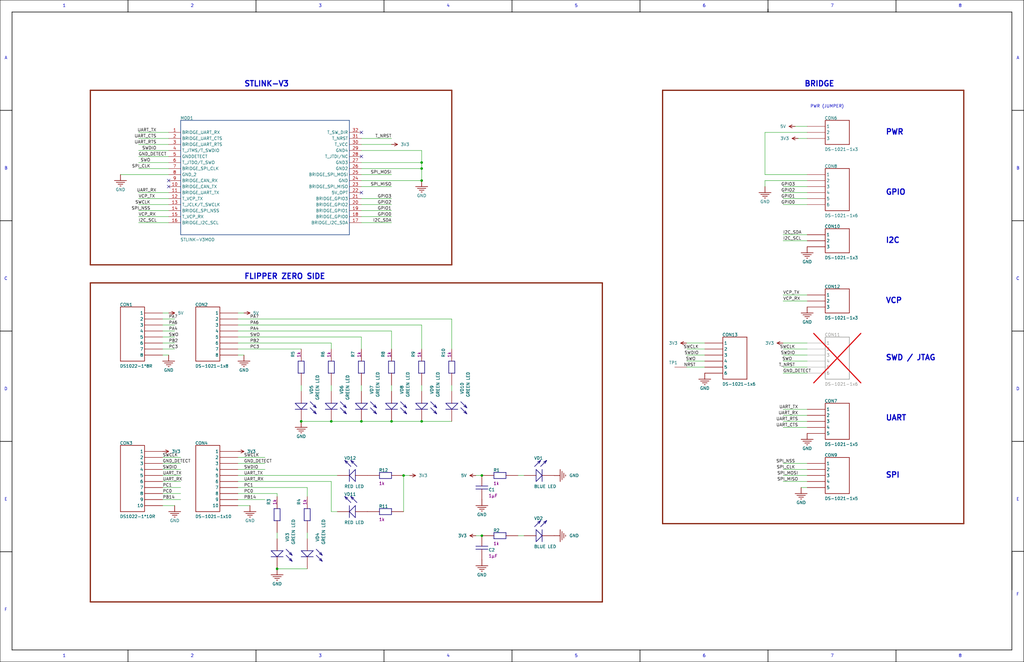
<source format=kicad_sch>
(kicad_sch (version 20231120) (generator "eeschema") (generator_version "8.0")
  (paper "User" 431.8 279.4)
  (junction (at 170.18 200.66))
  (junction (at 203.2 200.66))
  (junction (at 177.8 71.12))
  (junction (at 165.1 177.8))
  (junction (at 177.8 68.58))
  (junction (at 116.84 240.03))
  (junction (at 177.8 76.2))
  (junction (at 203.2 226.06))
  (junction (at 152.4 177.8))
  (junction (at 177.8 177.8))
  (junction (at 139.7 177.8))
  (junction (at 127 177.8))
  (no_connect (at 152.4 81.28))
  (no_connect (at 71.12 78.74))
  (no_connect (at 71.12 76.2))
  (no_connect (at 152.4 55.88))
  (no_connect (at 152.4 66.04))
  (wire (pts (xy 165.1 86.36) (xy 152.4 86.36)))
  (wire (pts (xy 170.18 215.9) (xy 170.18 200.66)))
  (wire (pts (xy 100.33 149.86) (xy 102.87 149.86)))
  (wire (pts (xy 152.4 63.5) (xy 177.8 63.5)))
  (wire (pts (xy 340.36 172.72) (xy 330.2 172.72)))
  (wire (pts (xy 218.44 200.66) (xy 220.98 200.66)))
  (wire (pts (xy 129.54 224.79) (xy 129.54 227.33)))
  (wire (pts (xy 200.66 226.06) (xy 203.2 226.06)))
  (wire (pts (xy 139.7 162.56) (xy 139.7 165.1)))
  (wire (pts (xy 330.2 203.2) (xy 340.36 203.2)))
  (wire (pts (xy 73.66 134.62) (xy 68.58 134.62)))
  (wire (pts (xy 322.58 76.2) (xy 340.36 76.2)))
  (polyline (pts (xy 53.975 5.08) (xy 53.975 0)) (stroke (width 0.254) (type solid) (color 0 0 0 1)))
  (wire (pts (xy 165.1 139.7) (xy 165.1 147.32)))
  (wire (pts (xy 100.33 213.36) (xy 105.41 213.36)))
  (wire (pts (xy 322.58 73.66) (xy 322.58 55.88)))
  (wire (pts (xy 58.42 88.9) (xy 71.12 88.9)))
  (wire (pts (xy 58.42 63.5) (xy 71.12 63.5)))
  (polyline (pts (xy 254 254) (xy 38.1 254)) (stroke (width 0.508) (type solid) (color 133 32 12 1)))
  (wire (pts (xy 100.33 147.32) (xy 127 147.32)))
  (wire (pts (xy 340.36 99.06) (xy 330.2 99.06)))
  (wire (pts (xy 289.56 149.86) (xy 297.18 149.86)))
  (wire (pts (xy 142.24 215.9) (xy 139.7 215.9)))
  (polyline (pts (xy 377.825 5.08) (xy 377.825 0)) (stroke (width 0.254) (type solid) (color 0 0 0 1)))
  (wire (pts (xy 68.58 200.66) (xy 76.2 200.66)))
  (wire (pts (xy 129.54 205.74) (xy 129.54 209.55)))
  (polyline (pts (xy 323.85 274.32) (xy 323.85 279.4)) (stroke (width 0.254) (type solid) (color 0 0 0 1)))
  (wire (pts (xy 139.7 177.8) (xy 152.4 177.8)))
  (wire (pts (xy 322.58 55.88) (xy 340.36 55.88)))
  (polyline (pts (xy 426.72 139.7) (xy 431.8 139.7)) (stroke (width 0.254) (type solid) (color 0 0 0 1)))
  (wire (pts (xy 322.58 78.74) (xy 322.58 76.2)))
  (wire (pts (xy 165.1 91.44) (xy 152.4 91.44)))
  (wire (pts (xy 152.4 177.8) (xy 165.1 177.8)))
  (wire (pts (xy 68.58 195.58) (xy 76.2 195.58)))
  (wire (pts (xy 100.33 200.66) (xy 142.24 200.66)))
  (wire (pts (xy 330.2 152.4) (xy 340.36 152.4)))
  (polyline (pts (xy 0 0) (xy 431.758 0)) (stroke (width 0.254) (type solid) (color 0 0 0 1)))
  (polyline (pts (xy 107.95 274.32) (xy 107.95 279.4)) (stroke (width 0.254) (type solid) (color 0 0 0 1)))
  (wire (pts (xy 68.58 149.86) (xy 71.12 149.86)))
  (polyline (pts (xy 377.825 274.32) (xy 377.825 279.4)) (stroke (width 0.254) (type solid) (color 0 0 0 1)))
  (wire (pts (xy 100.33 195.58) (xy 111.76 195.58)))
  (polyline (pts (xy 215.9 5.08) (xy 215.9 0)) (stroke (width 0.254) (type solid) (color 0 0 0 1)))
  (wire (pts (xy 340.36 101.6) (xy 330.2 101.6)))
  (polyline (pts (xy 426.72 186.267) (xy 431.8 186.267)) (stroke (width 0.254) (type solid) (color 0 0 0 1)))
  (wire (pts (xy 330.2 154.94) (xy 340.36 154.94)))
  (wire (pts (xy 116.84 208.28) (xy 116.84 209.55)))
  (wire (pts (xy 58.42 58.42) (xy 71.12 58.42)))
  (wire (pts (xy 330.2 175.26) (xy 340.36 175.26)))
  (polyline (pts (xy 323.85 5.08) (xy 323.85 0)) (stroke (width 0.254) (type solid) (color 0 0 0 1)))
  (wire (pts (xy 100.33 132.08) (xy 102.87 132.08)))
  (wire (pts (xy 139.7 215.9) (xy 139.7 203.2)))
  (polyline (pts (xy 431.758 0) (xy 431.758 279.358)) (stroke (width 0.254) (type solid) (color 0 0 0 1)))
  (polyline (pts (xy 5.08 46.567) (xy 0 46.567)) (stroke (width 0.254) (type solid) (color 0 0 0 1)))
  (wire (pts (xy 100.33 205.74) (xy 129.54 205.74)))
  (polyline (pts (xy 406.4 38.1) (xy 406.4 220.98)) (stroke (width 0.508) (type solid) (color 133 32 12 1)))
  (wire (pts (xy 139.7 203.2) (xy 100.33 203.2)))
  (wire (pts (xy 172.72 200.66) (xy 170.18 200.66)))
  (wire (pts (xy 71.12 93.98) (xy 58.42 93.98)))
  (wire (pts (xy 116.84 240.03) (xy 129.54 240.03)))
  (wire (pts (xy 100.33 142.24) (xy 152.4 142.24)))
  (polyline (pts (xy 269.875 274.32) (xy 269.875 279.4)) (stroke (width 0.254) (type solid) (color 0 0 0 1)))
  (polyline (pts (xy 190.5 38.1) (xy 190.5 111.76)) (stroke (width 0.508) (type solid) (color 133 32 12 1)))
  (polyline (pts (xy 161.925 5.08) (xy 161.925 0)) (stroke (width 0.254) (type solid) (color 0 0 0 1)))
  (wire (pts (xy 71.12 91.44) (xy 58.42 91.44)))
  (wire (pts (xy 165.1 93.98) (xy 152.4 93.98)))
  (wire (pts (xy 152.4 162.56) (xy 152.4 165.1)))
  (wire (pts (xy 127 177.8) (xy 139.7 177.8)))
  (wire (pts (xy 218.44 226.06) (xy 220.98 226.06)))
  (wire (pts (xy 165.1 88.9) (xy 152.4 88.9)))
  (polyline (pts (xy 215.9 274.32) (xy 215.9 279.4)) (stroke (width 0.254) (type solid) (color 0 0 0 1)))
  (wire (pts (xy 76.2 193.04) (xy 68.58 193.04)))
  (wire (pts (xy 71.12 73.66) (xy 50.8 73.66)))
  (polyline (pts (xy 5.08 232.833) (xy 0 232.833)) (stroke (width 0.254) (type solid) (color 0 0 0 1)))
  (polyline (pts (xy 5.08 5.081) (xy 426.678 5.081)) (stroke (width 0.254) (type solid) (color 0 0 0 1)))
  (polyline (pts (xy 426.72 93.133) (xy 431.8 93.133)) (stroke (width 0.254) (type solid) (color 0 0 0 1)))
  (wire (pts (xy 152.4 71.12) (xy 177.8 71.12)))
  (wire (pts (xy 165.1 177.8) (xy 177.8 177.8)))
  (wire (pts (xy 330.2 200.66) (xy 340.36 200.66)))
  (polyline (pts (xy 269.875 5.08) (xy 269.875 0)) (stroke (width 0.254) (type solid) (color 0 0 0 1)))
  (wire (pts (xy 297.18 147.32) (xy 289.56 147.32)))
  (wire (pts (xy 68.58 132.08) (xy 71.12 132.08)))
  (wire (pts (xy 58.42 81.28) (xy 71.12 81.28)))
  (polyline (pts (xy 431.758 279.358) (xy 0 279.358)) (stroke (width 0.254) (type solid) (color 0 0 0 1)))
  (wire (pts (xy 330.2 144.78) (xy 340.36 144.78)))
  (wire (pts (xy 165.1 73.66) (xy 152.4 73.66)))
  (wire (pts (xy 190.5 162.56) (xy 190.5 165.1)))
  (wire (pts (xy 111.76 210.82) (xy 100.33 210.82)))
  (polyline (pts (xy 38.1 119.38) (xy 254 119.38)) (stroke (width 0.508) (type solid) (color 133 32 12 1)))
  (wire (pts (xy 340.36 124.46) (xy 330.2 124.46)))
  (polyline (pts (xy 161.925 274.32) (xy 161.925 279.4)) (stroke (width 0.254) (type solid) (color 0 0 0 1)))
  (polyline (pts (xy 5.08 139.7) (xy 0 139.7)) (stroke (width 0.254) (type solid) (color 0 0 0 1)))
  (wire (pts (xy 340.36 73.66) (xy 322.58 73.66)))
  (polyline (pts (xy 426.72 46.567) (xy 431.8 46.567)) (stroke (width 0.254) (type solid) (color 0 0 0 1)))
  (polyline (pts (xy 107.95 5.08) (xy 107.95 0)) (stroke (width 0.254) (type solid) (color 0 0 0 1)))
  (polyline (pts (xy 279.4 38.1) (xy 406.4 38.1)) (stroke (width 0.508) (type solid) (color 133 32 12 1)))
  (wire (pts (xy 68.58 213.36) (xy 73.66 213.36)))
  (wire (pts (xy 68.58 137.16) (xy 73.66 137.16)))
  (polyline (pts (xy 5.08 186.267) (xy 0 186.267)) (stroke (width 0.254) (type solid) (color 0 0 0 1)))
  (wire (pts (xy 100.33 137.16) (xy 177.8 137.16)))
  (wire (pts (xy 152.4 60.96) (xy 165.1 60.96)))
  (wire (pts (xy 139.7 144.78) (xy 139.7 147.32)))
  (wire (pts (xy 177.8 71.12) (xy 177.8 68.58)))
  (polyline (pts (xy 254 119.38) (xy 254 254)) (stroke (width 0.508) (type solid) (color 133 32 12 1)))
  (wire (pts (xy 58.42 71.12) (xy 71.12 71.12)))
  (wire (pts (xy 289.56 152.4) (xy 297.18 152.4)))
  (wire (pts (xy 111.76 193.04) (xy 100.33 193.04)))
  (wire (pts (xy 116.84 224.79) (xy 116.84 227.33)))
  (wire (pts (xy 330.2 180.34) (xy 340.36 180.34)))
  (wire (pts (xy 165.1 162.56) (xy 165.1 165.1)))
  (wire (pts (xy 100.33 134.62) (xy 190.5 134.62)))
  (polyline (pts (xy 38.1 38.1) (xy 190.5 38.1)) (stroke (width 0.508) (type solid) (color 133 32 12 1)))
  (polyline (pts (xy 426.72 232.664) (xy 431.8 232.664)) (stroke (width 0.254) (type solid) (color 0 0 0 1)))
  (wire (pts (xy 177.8 177.8) (xy 190.5 177.8)))
  (wire (pts (xy 76.2 205.74) (xy 68.58 205.74)))
  (wire (pts (xy 340.36 127) (xy 330.2 127)))
  (wire (pts (xy 330.2 149.86) (xy 340.36 149.86)))
  (wire (pts (xy 152.4 58.42) (xy 165.1 58.42)))
  (polyline (pts (xy 38.1 254) (xy 38.1 119.38)) (stroke (width 0.508) (type solid) (color 133 32 12 1)))
  (wire (pts (xy 73.66 142.24) (xy 68.58 142.24)))
  (polyline (pts (xy 406.4 220.98) (xy 279.4 220.98)) (stroke (width 0.508) (type solid) (color 133 32 12 1)))
  (polyline (pts (xy 38.1 111.76) (xy 38.1 38.1)) (stroke (width 0.508) (type solid) (color 133 32 12 1)))
  (wire (pts (xy 165.1 83.82) (xy 152.4 83.82)))
  (wire (pts (xy 76.2 203.2) (xy 68.58 203.2)))
  (wire (pts (xy 100.33 208.28) (xy 116.84 208.28)))
  (wire (pts (xy 177.8 162.56) (xy 177.8 165.1)))
  (wire (pts (xy 111.76 198.12) (xy 100.33 198.12)))
  (wire (pts (xy 330.2 83.82) (xy 340.36 83.82)))
  (wire (pts (xy 297.18 144.78) (xy 289.56 144.78)))
  (polyline (pts (xy 279.4 220.98) (xy 279.4 38.1)) (stroke (width 0.508) (type solid) (color 133 32 12 1)))
  (polyline (pts (xy 426.678 274.277) (xy 5.08 274.277)) (stroke (width 0.254) (type solid) (color 0 0 0 1)))
  (wire (pts (xy 335.28 53.34) (xy 340.36 53.34)))
  (polyline (pts (xy 426.678 5.081) (xy 426.678 274.277)) (stroke (width 0.254) (type solid) (color 0 0 0 1)))
  (wire (pts (xy 330.2 198.12) (xy 340.36 198.12)))
  (wire (pts (xy 330.2 195.58) (xy 340.36 195.58)))
  (polyline (pts (xy 323.85 5.08) (xy 323.85 3.81)) (stroke (width 0.254) (type solid) (color 0 0 0 1)))
  (wire (pts (xy 336.55 58.42) (xy 340.36 58.42)))
  (wire (pts (xy 68.58 208.28) (xy 76.2 208.28)))
  (wire (pts (xy 76.2 210.82) (xy 68.58 210.82)))
  (polyline (pts (xy 190.5 111.76) (xy 38.1 111.76)) (stroke (width 0.508) (type solid) (color 133 32 12 1)))
  (wire (pts (xy 177.8 71.12) (xy 177.8 76.2)))
  (wire (pts (xy 71.12 83.82) (xy 58.42 83.82)))
  (wire (pts (xy 73.66 147.32) (xy 68.58 147.32)))
  (wire (pts (xy 177.8 63.5) (xy 177.8 68.58)))
  (wire (pts (xy 200.66 200.66) (xy 203.2 200.66)))
  (wire (pts (xy 330.2 147.32) (xy 340.36 147.32)))
  (wire (pts (xy 58.42 60.96) (xy 71.12 60.96)))
  (wire (pts (xy 330.2 86.36) (xy 340.36 86.36)))
  (polyline (pts (xy 0 279.358) (xy 0 0)) (stroke (width 0.254) (type solid) (color 0 0 0 1)))
  (polyline (pts (xy 5.08 274.277) (xy 5.08 5.081)) (stroke (width 0.254) (type solid) (color 0 0 0 1)))
  (wire (pts (xy 58.42 55.88) (xy 71.12 55.88)))
  (wire (pts (xy 127 162.56) (xy 127 165.1)))
  (wire (pts (xy 165.1 78.74) (xy 152.4 78.74)))
  (wire (pts (xy 73.66 139.7) (xy 68.58 139.7)))
  (wire (pts (xy 337.82 205.74) (xy 340.36 205.74)))
  (wire (pts (xy 68.58 144.78) (xy 73.66 144.78)))
  (wire (pts (xy 289.56 154.94) (xy 297.18 154.94)))
  (wire (pts (xy 71.12 66.04) (xy 58.42 66.04)))
  (wire (pts (xy 177.8 137.16) (xy 177.8 147.32)))
  (wire (pts (xy 100.33 139.7) (xy 165.1 139.7)))
  (wire (pts (xy 177.8 76.2) (xy 152.4 76.2)))
  (polyline (pts (xy 426.678 232.664) (xy 426.678 248.92)) (stroke (width 0.254) (type solid) (color 0 0 0 1)))
  (wire (pts (xy 100.33 144.78) (xy 139.7 144.78)))
  (polyline (pts (xy 5.08 93.133) (xy 0 93.133)) (stroke (width 0.254) (type solid) (color 0 0 0 1)))
  (wire (pts (xy 58.42 68.58) (xy 71.12 68.58)))
  (wire (pts (xy 340.36 177.8) (xy 330.2 177.8)))
  (wire (pts (xy 330.2 157.48) (xy 340.36 157.48)))
  (wire (pts (xy 152.4 68.58) (xy 177.8 68.58)))
  (polyline (pts (xy 53.975 274.32) (xy 53.975 279.4)) (stroke (width 0.254) (type solid) (color 0 0 0 1)))
  (wire (pts (xy 58.42 86.36) (xy 71.12 86.36)))
  (wire (pts (xy 190.5 134.62) (xy 190.5 147.32)))
  (wire (pts (xy 152.4 142.24) (xy 152.4 147.32)))
  (wire (pts (xy 330.2 81.28) (xy 340.36 81.28)))
  (wire (pts (xy 330.2 78.74) (xy 340.36 78.74)))
  (wire (pts (xy 76.2 198.12) (xy 68.58 198.12)))
  (text "5" (at 242.273 277.62 0) (effects (font (size 1.27 1.27)) (justify left bottom)))
  (text "C" (at 428.454 118.449 0) (effects (font (size 1.27 1.27)) (justify left bottom)))
  (text "4" (at 188.298 3.3 0) (effects (font (size 1.27 1.27)) (justify left bottom)))
  (text "4" (at 188.298 277.62 0) (effects (font (size 1.27 1.27)) (justify left bottom)))
  (text "UART" (at 373.38 177.8 0) (effects (font (size 2.286 2.286) (bold yes)) (justify left bottom)))
  (text "2" (at 80.348 277.62 0) (effects (font (size 1.27 1.27)) (justify left bottom)))
  (text "8" (at 404.198 3.3 0) (effects (font (size 1.27 1.27)) (justify left bottom)))
  (text "FLIPPER ZERO SIDE" (at 102.87 118.11 0) (effects (font (size 2.286 2.286) (bold yes)) (justify left bottom)))
  (text "3" (at 134.323 3.3 0) (effects (font (size 1.27 1.27)) (justify left bottom)))
  (text "B" (at 1.798 71.882 0) (effects (font (size 1.27 1.27)) (justify left bottom)))
  (text "3" (at 134.323 277.62 0) (effects (font (size 1.27 1.27)) (justify left bottom)))
  (text "C" (at 1.734 118.449 0) (effects (font (size 1.27 1.27)) (justify left bottom)))
  (text "A" (at 428.582 25.315 0) (effects (font (size 1.27 1.27)) (justify left bottom)))
  (text "BRIDGE" (at 339.09 36.83 0) (effects (font (size 2.286 2.286) (bold yes)) (justify left bottom)))
  (text "D" (at 1.734 165.015 0) (effects (font (size 1.27 1.27)) (justify left bottom)))
  (text "PWR" (at 373.38 57.15 0) (effects (font (size 2.286 2.286) (bold yes)) (justify left bottom)))
  (text "5" (at 242.273 3.3 0) (effects (font (size 1.27 1.27)) (justify left bottom)))
  (text "D" (at 428.454 165.015 0) (effects (font (size 1.27 1.27)) (justify left bottom)))
  (text "7" (at 350.223 277.62 0) (effects (font (size 1.27 1.27)) (justify left bottom)))
  (text "STLINK-V3" (at 102.87 36.83 0) (effects (font (size 2.286 2.286) (bold yes)) (justify left bottom)))
  (text "B" (at 428.518 71.882 0) (effects (font (size 1.27 1.27)) (justify left bottom)))
  (text "I2C" (at 373.38 102.87 0) (effects (font (size 2.286 2.286) (bold yes)) (justify left bottom)))
  (text "1" (at 26.373 3.3 0) (effects (font (size 1.27 1.27)) (justify left bottom)))
  (text "7" (at 350.223 3.3 0) (effects (font (size 1.27 1.27)) (justify left bottom)))
  (text "8" (at 404.198 277.62 0) (effects (font (size 1.27 1.27)) (justify left bottom)))
  (text "6" (at 296.248 277.62 0) (effects (font (size 1.27 1.27)) (justify left bottom)))
  (text "1" (at 26.373 277.62 0) (effects (font (size 1.27 1.27)) (justify left bottom)))
  (text "VCP" (at 373.38 128.27 0) (effects (font (size 2.286 2.286) (bold yes)) (justify left bottom)))
  (text "SPI" (at 373.38 201.93 0) (effects (font (size 2.286 2.286) (bold yes)) (justify left bottom)))
  (text "A" (at 1.862 25.315 0) (effects (font (size 1.27 1.27)) (justify left bottom)))
  (text "6" (at 296.248 3.3 0) (effects (font (size 1.27 1.27)) (justify left bottom)))
  (text "2" (at 80.348 3.3 0) (effects (font (size 1.27 1.27)) (justify left bottom)))
  (text "SWD / JTAG" (at 373.38 152.4 0) (effects (font (size 2.286 2.286) (bold yes)) (justify left bottom)))
  (text "E" (at 428.518 211.582 0) (effects (font (size 1.27 1.27)) (justify left bottom)))
  (text "PWR (JUMPER)" (at 341.63 45.72 0) (effects (font (size 1.27 1.27)) (justify left bottom)))
  (text "GPIO" (at 373.38 82.55 0) (effects (font (size 2.286 2.286) (bold yes)) (justify left bottom)))
  (text "F" (at 1.798 258.149 0) (effects (font (size 1.27 1.27)) (justify left bottom)))
  (text "F" (at 428.498 251.714 0) (effects (font (size 1.27 1.27)) (justify left bottom)))
  (text "E" (at 1.798 211.582 0) (effects (font (size 1.27 1.27)) (justify left bottom)))
  (label "I2C_SCL" (at 330.2 101.6 0))
  (label "SPI_CLK" (at 335.28 198.12 180))
  (label "PC3" (at 71.12 147.32 0))
  (label "PC1" (at 102.87 205.74 0))
  (label "GPIO2" (at 335.28 81.28 180))
  (label "PA4" (at 105.41 139.7 0))
  (label "GPIO1" (at 165.1 88.9 180))
  (label "VCP_TX" (at 58.42 83.82 0))
  (label "VCP_TX" (at 330.2 124.46 0))
  (label "UART_TX" (at 68.58 200.66 0))
  (label "PC0" (at 102.87 208.28 0))
  (label "GND_DETECT" (at 330.2 157.48 0))
  (label "SPI_MISO" (at 336.55 203.2 180))
  (label "SPI_NSS" (at 335.28 195.58 180))
  (label "SWO" (at 71.12 142.24 0))
  (label "GPIO0" (at 335.28 86.36 180))
  (label "UART_RX" (at 65.96 81.28 180))
  (label "SWCLK" (at 63.42 86.36 180))
  (label "SWCLK" (at 294.64 147.32 180))
  (label "SWO" (at 63.42 68.58 180))
  (label "SWCLK" (at 102.87 193.04 0))
  (label "SWCLK" (at 68.58 193.04 0))
  (label "UART_TX" (at 65.96 55.88 180))
  (label "GPIO3" (at 335.28 78.74 180))
  (label "PA6" (at 105.41 137.16 0))
  (label "GPIO1" (at 335.28 83.82 180))
  (label "SWDIO" (at 68.58 198.12 0))
  (label "PB14" (at 68.58 210.82 0))
  (label "PB14" (at 102.87 210.82 0))
  (label "GPIO3" (at 165.1 83.82 180))
  (label "PB2" (at 71.12 144.78 0))
  (label "SWO" (at 334.01 152.4 180))
  (label "GND_DETECT" (at 102.87 195.58 0))
  (label "GND_DETECT" (at 68.58 195.58 0))
  (label "SPI_MOSI" (at 165.1 73.66 180))
  (label "I2C_SDA" (at 330.2 99.06 0))
  (label "T_NRST" (at 335.28 154.94 180))
  (label "PA4" (at 71.12 139.7 0))
  (label "SWDIO" (at 294.64 149.86 180))
  (label "PC0" (at 68.58 208.28 0))
  (label "PC3" (at 105.41 147.32 0))
  (label "PA7" (at 71.12 134.62 0))
  (label "I2C_SDA" (at 165.1 93.98 180))
  (label "UART_TX" (at 336.55 172.72 180))
  (label "SPI_MOSI" (at 336.55 200.66 180))
  (label "SPI_MISO" (at 165.1 78.74 180))
  (label "UART_RTS" (at 336.55 177.8 180))
  (label "PC1" (at 68.58 205.74 0))
  (label "GPIO2" (at 165.1 86.36 180))
  (label "UART_TX" (at 102.87 200.66 0))
  (label "UART_RX" (at 102.87 203.2 0))
  (label "VCP_RX" (at 58.42 91.44 0))
  (label "VCP_RX" (at 330.2 127 0))
  (label "SPI_CLK" (at 63.42 71.12 180))
  (label "SWO" (at 105.41 142.24 0))
  (label "GND_DETECT" (at 58.42 66.04 0))
  (label "UART_CTS" (at 336.55 180.34 180))
  (label "UART_CTS" (at 65.96 58.42 180))
  (label "I2C_SCL" (at 58.42 93.98 0))
  (label "T_NRST" (at 165.1 58.42 180))
  (label "SWDIO" (at 102.87 198.12 0))
  (label "SWDIO" (at 65.96 63.5 180))
  (label "UART_RX" (at 68.58 203.2 0))
  (label "PA6" (at 71.12 137.16 0))
  (label "SWCLK" (at 335.28 147.32 180))
  (label "UART_RX" (at 336.55 175.26 180))
  (label "PB2" (at 105.41 144.78 0))
  (label "PA7" (at 105.41 134.62 0))
  (label "UART_RTS" (at 65.96 60.96 180))
  (label "SWO" (at 293.37 152.4 180))
  (label "GPIO0" (at 165.1 91.44 180))
  (label "SPI_NSS" (at 63.42 88.9 180))
  (label "NRST" (at 293.37 154.94 180))
  (label "SWDIO" (at 335.28 149.86 180))
  (symbol (lib_id "ST-Link_3.0_devkit-altium-import:root_2_control point") (at 284.48 154.94 0) (unit 1)
    (property "Reference" "TP1" (at 282.067 153.797 0) (effects (justify left bottom)))
    (property "Value" "Control_point" (effects (hide yes)))
    (property "Footprint" "TestPoint:TestPoint_Pad_D1.0mm" (effects (hide yes)))
    (property "Description" "Testpoint" (effects (hide yes)))
    (property "PIN COUNT" "1" (effects (hide yes)))
    (property "SOURCE" "Flipper_zero.SchLib" (effects (hide yes)))
    (property "COMPONENT TYPE" "Standard (No BOM)" (effects (hide yes)))
    (property "DESIGN ITEM ID" "control point" (effects (hide yes)))
    (property "COMPANY" "Flipper Devices" (effects (hide yes)))
    (property "CLASSNAME" "Testpoint" (effects (hide yes)))
  )
  (symbol (lib_id "ST-Link_3.0_devkit-altium-import:GND_POWER_GROUND") (at 102.87 149.86 0) (unit 1)
    (property "Reference" "#PWR0128" (effects (hide yes)))
    (property "Value" "GND" (at 102.87 156.21 0))
  )
  (symbol (lib_id "ST-Link_3.0_devkit-altium-import:3V3_GOST_ARROW") (at 289.56 144.78 270) (unit 1)
    (property "Reference" "#PWR0108" (effects (hide yes)))
    (property "Value" "3V3" (at 285.75 144.78 90) (effects (justify right)))
  )
  (symbol (lib_id "ST-Link_3.0_devkit-altium-import:root_0_mirrored_DS-1021-1x3") (at 358.14 50.8 0) (unit 1)
    (property "Reference" "CON6" (at 347.726 50.546 0) (effects (justify left bottom)))
    (property "Value" "DS-1021-1x3" (at 347.726 63.754 0) (effects (justify left bottom)))
    (property "Footprint" "Connector_PinHeader_2.54mm:PinHeader_1x03_P2.54mm_Vertical" (effects (hide yes)))
    (property "Description" "Connector 2.54mm 1х3 Straight Type" (effects (hide yes)))
    (property "DESIGN ITEM ID" "DS-1021-1x3" (effects (hide yes)))
    (property "INTERNAL_PN" "FDCON0018" (effects (hide yes)))
    (property "COMPONENT TYPE" "Standard" (effects (hide yes)))
    (property "COMPANY" "Flipper Zero" (effects (hide yes)))
    (property "SOURCE" "MIDI.SchLib" (effects (hide yes)))
    (property "PIN COUNT" "3" (effects (hide yes)))
  )
  (symbol (lib_id "ST-Link_3.0_devkit-altium-import:root_3_VSMY14940") (at 190.5 172.72 0) (unit 1)
    (property "Reference" "VD10" (at 195.58 166.37 90) (effects (justify left bottom)))
    (property "Value" "GREEN LED" (at 198.12 167.64 90) (effects (justify left bottom)))
    (property "Footprint" "LED_SMD:LED_0603_1608Metric" (effects (hide yes)))
    (property "Description" "LED" (effects (hide yes)))
    (property "COMPANY" "Flipper Devices" (effects (hide yes)))
    (property "SOURCE" "Flipper_zero.SchLib" (effects (hide yes)))
    (property "INTERNAL_PN" "FDDIO0009" (effects (hide yes)))
    (property "PIN COUNT" "2" (effects (hide yes)))
    (property "CASE/PACKAGE" "0603" (effects (hide yes)))
    (property "CASE" "SMD/SMT" (effects (hide yes)))
    (property "COMPONENT TYPE" "Standard" (effects (hide yes)))
  )
  (symbol (lib_id "ST-Link_3.0_devkit-altium-import:root_0_STLINK-V3MOD") (at 76.2 55.88 0) (unit 1)
    (property "Reference" "MOD1" (at 76.026 50.546 0) (effects (justify left bottom)))
    (property "Value" "STLINK-V3MOD" (at 76.026 101.854 0) (effects (justify left bottom)))
    (property "Footprint" "Library:MODULE_STLINK-V3MODS" (effects (hide yes)))
    (property "Description" "STLINK-V3 Compact In-Circuit Debugger and Programmer for STM32 Microcontroller" (effects (hide yes)))
    (property "COMPANY" "Flipper Devices" (effects (hide yes)))
    (property "INTERNAL_PN" "FDMOD0002" (effects (hide yes)))
    (property "PINS" "32" (effects (hide yes)))
  )
  (symbol (lib_id "ST-Link_3.0_devkit-altium-import:root_2_Symbol") (at 177.8 152.4 90) (unit 1)
    (property "Reference" "R9" (at 175.006 150.876 0) (effects (justify left bottom)))
    (property "Value" "1K" (effects (hide yes)))
    (property "Footprint" "Resistor_SMD:R_0603_1608Metric" (effects (hide yes)))
    (property "Description" "Chip Resistor, 1 KOhm, +/-5%, 0.1 W, -55 to 155 degC, 0603 (1608 Metric)" (effects (hide yes)))
    (property "VOLTAGE RATING" "50V" (effects (hide yes)))
    (property "INTERNAL_PN" "FDRES0034" (effects (hide yes)))
    (property "POWER" "100mW" (effects (hide yes)))
    (property "ALTIUM_VALUE" "1k" (at 177.546 150.876 0) (effects (justify left bottom)))
    (property "CASE/PACKAGE" "0603" (effects (hide yes)))
    (property "PINS" "2" (effects (hide yes)))
    (property "ROHS COMPLIANT" "True" (effects (hide yes)))
    (property "COMPANY" "Flipper Devices" (effects (hide yes)))
    (property "TOLERANCE" "5%" (effects (hide yes)))
    (property "MOUNTING TECHNOLOGY" "SM" (effects (hide yes)))
  )
  (symbol (lib_id "ST-Link_3.0_devkit-altium-import:GND_POWER_GROUND") (at 297.18 157.48 0) (unit 1)
    (property "Reference" "#PWR0112" (effects (hide yes)))
    (property "Value" "GND" (at 297.18 163.83 0))
  )
  (symbol (lib_id "ST-Link_3.0_devkit-altium-import:root_0_mirrored_DS-1021-1x6") (at 358.14 142.24 0) (unit 1) (dnp yes)
    (property "Reference" "CON11" (at 347.726 141.986 0) (effects (justify left bottom)))
    (property "Value" "DS-1021-1x6" (at 347.726 162.814 0) (effects (justify left bottom)))
    (property "Footprint" "Connector_PinHeader_2.54mm:PinHeader_1x06_P2.54mm_Vertical" (effects (hide yes)))
    (property "Description" "Connector 2.54mm 1х6 Straight Type" (effects (hide yes)))
    (property "INTERNAL_PN" "FDCON0021" (effects (hide yes)))
    (property "SOURCE" "MIDI.SchLib" (effects (hide yes)))
    (property "COMPANY" "Flipper Zero" (effects (hide yes)))
    (property "PIN COUNT" "6" (effects (hide yes)))
    (property "DESIGN ITEM ID" "DS-1021-1x6" (effects (hide yes)))
    (property "COMPONENT TYPE" "Standard" (effects (hide yes)))
  )
  (symbol (lib_id "ST-Link_3.0_devkit-altium-import:root_3_VSMY14940") (at 165.1 172.72 0) (unit 1)
    (property "Reference" "VD8" (at 170.18 166.37 90) (effects (justify left bottom)))
    (property "Value" "GREEN LED" (at 172.72 167.64 90) (effects (justify left bottom)))
    (property "Footprint" "LED_SMD:LED_0603_1608Metric" (effects (hide yes)))
    (property "Description" "LED" (effects (hide yes)))
    (property "COMPANY" "Flipper Devices" (effects (hide yes)))
    (property "SOURCE" "Flipper_zero.SchLib" (effects (hide yes)))
    (property "INTERNAL_PN" "FDDIO0009" (effects (hide yes)))
    (property "PIN COUNT" "2" (effects (hide yes)))
    (property "CASE/PACKAGE" "0603" (effects (hide yes)))
    (property "CASE" "SMD/SMT" (effects (hide yes)))
    (property "COMPONENT TYPE" "Standard" (effects (hide yes)))
  )
  (symbol (lib_id "ST-Link_3.0_devkit-altium-import:GND_POWER_GROUND") (at 116.84 240.03 0) (unit 1)
    (property "Reference" "#PWR0125" (effects (hide yes)))
    (property "Value" "GND" (at 116.84 246.38 0))
  )
  (symbol (lib_id "ST-Link_3.0_devkit-altium-import:GND_POWER_GROUND") (at 233.68 226.06 90) (unit 1)
    (property "Reference" "#PWR0104" (effects (hide yes)))
    (property "Value" "GND" (at 240.03 226.06 90) (effects (justify right)))
  )
  (symbol (lib_id "ST-Link_3.0_devkit-altium-import:root_2_Symbol") (at 165.1 215.9 0) (unit 1)
    (property "Reference" "R11" (at 159.766 214.376 0) (effects (justify left bottom)))
    (property "Value" "1K" (effects (hide yes)))
    (property "Footprint" "Resistor_SMD:R_0603_1608Metric" (effects (hide yes)))
    (property "Description" "Chip Resistor, 1 KOhm, +/-5%, 0.1 W, -55 to 155 degC, 0603 (1608 Metric)" (effects (hide yes)))
    (property "VOLTAGE RATING" "50V" (effects (hide yes)))
    (property "INTERNAL_PN" "FDRES0034" (effects (hide yes)))
    (property "POWER" "100mW" (effects (hide yes)))
    (property "ALTIUM_VALUE" "1k" (at 159.766 219.964 0) (effects (justify left bottom)))
    (property "CASE/PACKAGE" "0603" (effects (hide yes)))
    (property "PINS" "2" (effects (hide yes)))
    (property "ROHS COMPLIANT" "True" (effects (hide yes)))
    (property "COMPANY" "Flipper Devices" (effects (hide yes)))
    (property "TOLERANCE" "5%" (effects (hide yes)))
    (property "MOUNTING TECHNOLOGY" "SM" (effects (hide yes)))
  )
  (symbol (lib_id "ST-Link_3.0_devkit-altium-import:GND_POWER_GROUND") (at 337.82 205.74 0) (unit 1)
    (property "Reference" "#PWR0101" (effects (hide yes)))
    (property "Value" "GND" (at 337.82 212.09 0))
  )
  (symbol (lib_id "ST-Link_3.0_devkit-altium-import:root_2_Symbol") (at 213.36 226.06 0) (unit 1)
    (property "Reference" "R2" (at 208.026 224.536 0) (effects (justify left bottom)))
    (property "Value" "1K" (effects (hide yes)))
    (property "Footprint" "Resistor_SMD:R_0603_1608Metric" (effects (hide yes)))
    (property "Description" "Chip Resistor, 1 KOhm, +/-5%, 0.1 W, -55 to 155 degC, 0603 (1608 Metric)" (effects (hide yes)))
    (property "VOLTAGE RATING" "50V" (effects (hide yes)))
    (property "INTERNAL_PN" "FDRES0034" (effects (hide yes)))
    (property "POWER" "100mW" (effects (hide yes)))
    (property "ALTIUM_VALUE" "1k" (at 208.026 230.124 0) (effects (justify left bottom)))
    (property "CASE/PACKAGE" "0603" (effects (hide yes)))
    (property "PINS" "2" (effects (hide yes)))
    (property "ROHS COMPLIANT" "True" (effects (hide yes)))
    (property "COMPANY" "Flipper Devices" (effects (hide yes)))
    (property "TOLERANCE" "5%" (effects (hide yes)))
    (property "MOUNTING TECHNOLOGY" "SM" (effects (hide yes)))
  )
  (symbol (lib_id "ST-Link_3.0_devkit-altium-import:root_3_VSMY14940") (at 129.54 234.95 0) (unit 1)
    (property "Reference" "VD4" (at 134.62 228.6 90) (effects (justify left bottom)))
    (property "Value" "GREEN LED" (at 137.16 229.87 90) (effects (justify left bottom)))
    (property "Footprint" "LED_SMD:LED_0603_1608Metric" (effects (hide yes)))
    (property "Description" "LED" (effects (hide yes)))
    (property "COMPANY" "Flipper Devices" (effects (hide yes)))
    (property "SOURCE" "Flipper_zero.SchLib" (effects (hide yes)))
    (property "INTERNAL_PN" "FDDIO0009" (effects (hide yes)))
    (property "PIN COUNT" "2" (effects (hide yes)))
    (property "CASE/PACKAGE" "0603" (effects (hide yes)))
    (property "CASE" "SMD/SMT" (effects (hide yes)))
    (property "COMPONENT TYPE" "Standard" (effects (hide yes)))
  )
  (symbol (lib_id "ST-Link_3.0_devkit-altium-import:root_0_DS-1022-1x8") (at 50.8 129.54 0) (unit 1)
    (property "Reference" "CON1" (at 50.546 129.286 0) (effects (justify left bottom)))
    (property "Value" "DS1022-1*8R" (at 50.546 155.194 0) (effects (justify left bottom)))
    (property "Footprint" "Connector_PinHeader_2.54mm:PinHeader_1x08_P2.54mm_Horizontal" (effects (hide yes)))
    (property "Description" "Connector 2.54mm 1х8 Angular Type" (effects (hide yes)))
    (property "SOURCE" "MIDI.SchLib" (effects (hide yes)))
    (property "COMPONENT TYPE" "Standard" (effects (hide yes)))
    (property "INTERNAL_PN" "FDCON0014" (effects (hide yes)))
    (property "DESIGN ITEM ID" "DS-1022-1x8" (effects (hide yes)))
    (property "COMPANY" "Flipper Zero" (effects (hide yes)))
    (property "PIN COUNT" "8" (effects (hide yes)))
  )
  (symbol (lib_id "ST-Link_3.0_devkit-altium-import:root_0_mirrored_VSMY14940") (at 147.32 200.66 0) (unit 1)
    (property "Reference" "VD12" (at 145.161 194.056 0) (effects (justify left bottom)))
    (property "Value" "RED LED" (at 145.161 205.994 0) (effects (justify left bottom)))
    (property "Footprint" "LED_SMD:LED_0603_1608Metric" (effects (hide yes)))
    (property "Description" "LED" (effects (hide yes)))
    (property "COMPANY" "Flipper Devices" (effects (hide yes)))
    (property "SOURCE" "Flipper_zero.SchLib" (effects (hide yes)))
    (property "INTERNAL_PN" "FDDIO0010" (effects (hide yes)))
    (property "PIN COUNT" "2" (effects (hide yes)))
    (property "CASE/PACKAGE" "0603" (effects (hide yes)))
    (property "CASE" "SMD/SMT" (effects (hide yes)))
    (property "COMPONENT TYPE" "Standard" (effects (hide yes)))
  )
  (symbol (lib_id "ST-Link_3.0_devkit-altium-import:3V3_GOST_ARROW") (at 165.1 60.96 90) (unit 1)
    (property "Reference" "#PWR0110" (effects (hide yes)))
    (property "Value" "3V3" (at 168.91 60.96 90) (effects (justify right)))
  )
  (symbol (lib_id "ST-Link_3.0_devkit-altium-import:root_2_Symbol") (at 116.84 214.63 90) (unit 1)
    (property "Reference" "R3" (at 114.046 213.106 0) (effects (justify left bottom)))
    (property "Value" "1K" (effects (hide yes)))
    (property "Footprint" "Resistor_SMD:R_0603_1608Metric" (effects (hide yes)))
    (property "Description" "Chip Resistor, 1 KOhm, +/-5%, 0.1 W, -55 to 155 degC, 0603 (1608 Metric)" (effects (hide yes)))
    (property "VOLTAGE RATING" "50V" (effects (hide yes)))
    (property "INTERNAL_PN" "FDRES0034" (effects (hide yes)))
    (property "POWER" "100mW" (effects (hide yes)))
    (property "ALTIUM_VALUE" "1k" (at 116.586 213.106 0) (effects (justify left bottom)))
    (property "CASE/PACKAGE" "0603" (effects (hide yes)))
    (property "PINS" "2" (effects (hide yes)))
    (property "ROHS COMPLIANT" "True" (effects (hide yes)))
    (property "COMPANY" "Flipper Devices" (effects (hide yes)))
    (property "TOLERANCE" "5%" (effects (hide yes)))
    (property "MOUNTING TECHNOLOGY" "SM" (effects (hide yes)))
  )
  (symbol (lib_id "ST-Link_3.0_devkit-altium-import:root_0_mirrored_DS-1021-1x6") (at 314.96 142.24 0) (unit 1)
    (property "Reference" "CON13" (at 304.546 141.986 0) (effects (justify left bottom)))
    (property "Value" "DS-1021-1x6" (at 304.546 162.814 0) (effects (justify left bottom)))
    (property "Footprint" "Connector_PinHeader_2.54mm:PinHeader_1x06_P2.54mm_Vertical" (effects (hide yes)))
    (property "Description" "Connector 2.54mm 1х6 Straight Type" (effects (hide yes)))
    (property "INTERNAL_PN" "FDCON0021" (effects (hide yes)))
    (property "SOURCE" "MIDI.SchLib" (effects (hide yes)))
    (property "COMPANY" "Flipper Zero" (effects (hide yes)))
    (property "PIN COUNT" "6" (effects (hide yes)))
    (property "DESIGN ITEM ID" "DS-1021-1x6" (effects (hide yes)))
    (property "COMPONENT TYPE" "Standard" (effects (hide yes)))
  )
  (symbol (lib_id "ST-Link_3.0_devkit-altium-import:GND_POWER_GROUND") (at 322.58 78.74 0) (unit 1)
    (property "Reference" "#PWR0107" (effects (hide yes)))
    (property "Value" "GND" (at 322.58 85.09 0))
  )
  (symbol (lib_id "ST-Link_3.0_devkit-altium-import:3V3_GOST_ARROW") (at 100.33 190.5 90) (unit 1)
    (property "Reference" "#PWR0129" (effects (hide yes)))
    (property "Value" "3V3" (at 104.14 190.5 90) (effects (justify right)))
  )
  (symbol (lib_id "ST-Link_3.0_devkit-altium-import:root_0_mirrored_DS-1021-1x3") (at 358.14 96.52 0) (unit 1)
    (property "Reference" "CON10" (at 347.726 96.266 0) (effects (justify left bottom)))
    (property "Value" "DS-1021-1x3" (at 347.726 109.474 0) (effects (justify left bottom)))
    (property "Footprint" "Connector_PinHeader_2.54mm:PinHeader_1x03_P2.54mm_Vertical" (effects (hide yes)))
    (property "Description" "Connector 2.54mm 1х3 Straight Type" (effects (hide yes)))
    (property "DESIGN ITEM ID" "DS-1021-1x3" (effects (hide yes)))
    (property "INTERNAL_PN" "FDCON0018" (effects (hide yes)))
    (property "COMPONENT TYPE" "Standard" (effects (hide yes)))
    (property "COMPANY" "Flipper Zero" (effects (hide yes)))
    (property "SOURCE" "MIDI.SchLib" (effects (hide yes)))
    (property "PIN COUNT" "3" (effects (hide yes)))
  )
  (symbol (lib_id "ST-Link_3.0_devkit-altium-import:GND_POWER_GROUND") (at 340.36 182.88 0) (unit 1)
    (property "Reference" "#PWR0102" (effects (hide yes)))
    (property "Value" "GND" (at 340.36 189.23 0))
  )
  (symbol (lib_id "ST-Link_3.0_devkit-altium-import:root_2_Symbol") (at 129.54 214.63 90) (unit 1)
    (property "Reference" "R4" (at 126.746 213.106 0) (effects (justify left bottom)))
    (property "Value" "1K" (effects (hide yes)))
    (property "Footprint" "Resistor_SMD:R_0603_1608Metric" (effects (hide yes)))
    (property "Description" "Chip Resistor, 1 KOhm, +/-5%, 0.1 W, -55 to 155 degC, 0603 (1608 Metric)" (effects (hide yes)))
    (property "VOLTAGE RATING" "50V" (effects (hide yes)))
    (property "INTERNAL_PN" "FDRES0034" (effects (hide yes)))
    (property "POWER" "100mW" (effects (hide yes)))
    (property "ALTIUM_VALUE" "1k" (at 129.286 213.106 0) (effects (justify left bottom)))
    (property "CASE/PACKAGE" "0603" (effects (hide yes)))
    (property "PINS" "2" (effects (hide yes)))
    (property "ROHS COMPLIANT" "True" (effects (hide yes)))
    (property "COMPANY" "Flipper Devices" (effects (hide yes)))
    (property "TOLERANCE" "5%" (effects (hide yes)))
    (property "MOUNTING TECHNOLOGY" "SM" (effects (hide yes)))
  )
  (symbol (lib_id "ST-Link_3.0_devkit-altium-import:root_3_VSMY14940") (at 139.7 172.72 0) (unit 1)
    (property "Reference" "VD6" (at 144.78 166.37 90) (effects (justify left bottom)))
    (property "Value" "GREEN LED" (at 147.32 168.91 90) (effects (justify left bottom)))
    (property "Footprint" "LED_SMD:LED_0603_1608Metric" (effects (hide yes)))
    (property "Description" "LED" (effects (hide yes)))
    (property "COMPANY" "Flipper Devices" (effects (hide yes)))
    (property "SOURCE" "Flipper_zero.SchLib" (effects (hide yes)))
    (property "INTERNAL_PN" "FDDIO0009" (effects (hide yes)))
    (property "PIN COUNT" "2" (effects (hide yes)))
    (property "CASE/PACKAGE" "0603" (effects (hide yes)))
    (property "CASE" "SMD/SMT" (effects (hide yes)))
    (property "COMPONENT TYPE" "Standard" (effects (hide yes)))
  )
  (symbol (lib_id "ST-Link_3.0_devkit-altium-import:5V_GOST_ARROW") (at 102.87 132.08 90) (unit 1)
    (property "Reference" "#PWR0122" (effects (hide yes)))
    (property "Value" "5V" (at 106.68 132.08 90) (effects (justify right)))
  )
  (symbol (lib_id "ST-Link_3.0_devkit-altium-import:root_1_Symbol") (at 203.2 231.14 0) (unit 1)
    (property "Reference" "C2" (at 205.994 232.791 0) (effects (justify left bottom)))
    (property "Value" "1uF" (effects (hide yes)))
    (property "Footprint" "Capacitor_SMD:C_0603_1608Metric" (effects (hide yes)))
    (property "Description" "Chip Capacitor" (effects (hide yes)))
    (property "COMPONENT TYPE" "Standard" (effects (hide yes)))
    (property "CASE" "0603" (effects (hide yes)))
    (property "PINS" "2" (effects (hide yes)))
    (property "DESIGN ITEM ID" "CAP_1uF_0603" (effects (hide yes)))
    (property "TOLERANCE" "10%" (effects (hide yes)))
    (property "SOURCE" "Flipper_zero.SchLib" (effects (hide yes)))
    (property "CASE/PACKAGE" "0603" (effects (hide yes)))
    (property "INTERNAL_PN" "FDCAP0016" (effects (hide yes)))
    (property "ALTIUM_VALUE" "1µF" (at 205.994 235.331 0) (effects (justify left bottom)))
    (property "DIELECTRIC" "X5R" (effects (hide yes)))
    (property "VOLTAGE" "16V" (effects (hide yes)))
    (property "COMPANY" "Flipper Devices" (effects (hide yes)))
  )
  (symbol (lib_id "ST-Link_3.0_devkit-altium-import:root_0_DS-1021-1x10") (at 82.55 187.96 0) (unit 1)
    (property "Reference" "CON4" (at 82.296 187.706 0) (effects (justify left bottom)))
    (property "Value" "DS-1021-1x10" (at 82.296 218.694 0) (effects (justify left bottom)))
    (property "Footprint" "Connector_PinHeader_2.54mm:PinHeader_1x10_P2.54mm_Vertical" (effects (hide yes)))
    (property "Description" "Connector 2.54mm 1х10 Straight Type" (effects (hide yes)))
    (property "COMPONENT TYPE" "Standard" (effects (hide yes)))
    (property "INTERNAL_PN" "FDCON0017" (effects (hide yes)))
    (property "COMPANY" "Flipper Zero" (effects (hide yes)))
    (property "SOURCE" "MIDI.SchLib" (effects (hide yes)))
    (property "PIN COUNT" "10" (effects (hide yes)))
    (property "DESIGN ITEM ID" "DS-1021-1x10" (effects (hide yes)))
  )
  (symbol (lib_id "ST-Link_3.0_devkit-altium-import:GND_POWER_GROUND") (at 203.2 210.82 0) (unit 1)
    (property "Reference" "#PWR0116" (effects (hide yes)))
    (property "Value" "GND" (at 203.2 217.17 0))
  )
  (symbol (lib_id "ST-Link_3.0_devkit-altium-import:root_0_mirrored_DS-1021-1x5") (at 358.14 193.04 0) (unit 1)
    (property "Reference" "CON9" (at 347.726 192.786 0) (effects (justify left bottom)))
    (property "Value" "DS-1021-1x5" (at 347.726 211.074 0) (effects (justify left bottom)))
    (property "Footprint" "Connector_PinHeader_2.54mm:PinHeader_1x05_P2.54mm_Vertical" (effects (hide yes)))
    (property "Description" "Connector 2.54mm 1х5 Straight Type" (effects (hide yes)))
    (property "COMPANY" "Flipper Zero" (effects (hide yes)))
    (property "DESIGN ITEM ID" "DS-1021-1x5" (effects (hide yes)))
    (property "INTERNAL_PN" "FDCON0020" (effects (hide yes)))
    (property "PIN COUNT" "4" (effects (hide yes)))
    (property "SOURCE" "MIDI.SchLib" (effects (hide yes)))
    (property "COMPONENT TYPE" "Standard" (effects (hide yes)))
  )
  (symbol (lib_id "ST-Link_3.0_devkit-altium-import:root_0_mirrored_DS-1021-1x5") (at 358.14 170.18 0) (unit 1)
    (property "Reference" "CON7" (at 347.726 169.926 0) (effects (justify left bottom)))
    (property "Value" "DS-1021-1x5" (at 347.726 188.214 0) (effects (justify left bottom)))
    (property "Footprint" "Connector_PinHeader_2.54mm:PinHeader_1x05_P2.54mm_Vertical" (effects (hide yes)))
    (property "Description" "Connector 2.54mm 1х5 Straight Type" (effects (hide yes)))
    (property "COMPANY" "Flipper Zero" (effects (hide yes)))
    (property "DESIGN ITEM ID" "DS-1021-1x5" (effects (hide yes)))
    (property "INTERNAL_PN" "FDCON0020" (effects (hide yes)))
    (property "PIN COUNT" "4" (effects (hide yes)))
    (property "SOURCE" "MIDI.SchLib" (effects (hide yes)))
    (property "COMPONENT TYPE" "Standard" (effects (hide yes)))
  )
  (symbol (lib_id "ST-Link_3.0_devkit-altium-import:root_2_Symbol") (at 213.36 200.66 0) (unit 1)
    (property "Reference" "R1" (at 208.026 199.136 0) (effects (justify left bottom)))
    (property "Value" "1K" (effects (hide yes)))
    (property "Footprint" "Resistor_SMD:R_0603_1608Metric" (effects (hide yes)))
    (property "Description" "Chip Resistor, 1 KOhm, +/-5%, 0.1 W, -55 to 155 degC, 0603 (1608 Metric)" (effects (hide yes)))
    (property "VOLTAGE RATING" "50V" (effects (hide yes)))
    (property "INTERNAL_PN" "FDRES0034" (effects (hide yes)))
    (property "POWER" "100mW" (effects (hide yes)))
    (property "ALTIUM_VALUE" "1k" (at 208.026 204.724 0) (effects (justify left bottom)))
    (property "CASE/PACKAGE" "0603" (effects (hide yes)))
    (property "PINS" "2" (effects (hide yes)))
    (property "ROHS COMPLIANT" "True" (effects (hide yes)))
    (property "COMPANY" "Flipper Devices" (effects (hide yes)))
    (property "TOLERANCE" "5%" (effects (hide yes)))
    (property "MOUNTING TECHNOLOGY" "SM" (effects (hide yes)))
  )
  (symbol (lib_id "ST-Link_3.0_devkit-altium-import:3V3_GOST_ARROW") (at 336.55 58.42 270) (unit 1)
    (property "Reference" "#PWR0106" (effects (hide yes)))
    (property "Value" "3V3" (at 332.74 58.42 90) (effects (justify right)))
  )
  (symbol (lib_id "ST-Link_3.0_devkit-altium-import:root_3_VSMY14940") (at 127 172.72 0) (unit 1)
    (property "Reference" "VD5" (at 132.08 166.37 90) (effects (justify left bottom)))
    (property "Value" "GREEN LED" (at 134.62 168.91 90) (effects (justify left bottom)))
    (property "Footprint" "LED_SMD:LED_0603_1608Metric" (effects (hide yes)))
    (property "Description" "LED" (effects (hide yes)))
    (property "COMPANY" "Flipper Devices" (effects (hide yes)))
    (property "SOURCE" "Flipper_zero.SchLib" (effects (hide yes)))
    (property "INTERNAL_PN" "FDDIO0009" (effects (hide yes)))
    (property "PIN COUNT" "2" (effects (hide yes)))
    (property "CASE/PACKAGE" "0603" (effects (hide yes)))
    (property "CASE" "SMD/SMT" (effects (hide yes)))
    (property "COMPONENT TYPE" "Standard" (effects (hide yes)))
  )
  (symbol (lib_id "ST-Link_3.0_devkit-altium-import:GND_POWER_GROUND") (at 73.66 213.36 0) (unit 1)
    (property "Reference" "#PWR0121" (effects (hide yes)))
    (property "Value" "GND" (at 73.66 219.71 0))
  )
  (symbol (lib_id "ST-Link_3.0_devkit-altium-import:root_0_VSMY14940") (at 228.6 226.06 0) (unit 1)
    (property "Reference" "VD2" (at 225.171 219.456 0) (effects (justify left bottom)))
    (property "Value" "BLUE LED" (at 225.171 231.394 0) (effects (justify left bottom)))
    (property "Footprint" "LED_SMD:LED_0603_1608Metric" (effects (hide yes)))
    (property "Description" "LED" (effects (hide yes)))
    (property "COMPANY" "Flipper Devices" (effects (hide yes)))
    (property "SOURCE" "Flipper_zero.SchLib" (effects (hide yes)))
    (property "INTERNAL_PN" "FDDIO0008" (effects (hide yes)))
    (property "PIN COUNT" "2" (effects (hide yes)))
    (property "CASE/PACKAGE" "0603" (effects (hide yes)))
    (property "CASE" "SMD/SMT" (effects (hide yes)))
    (property "COMPONENT TYPE" "Standard" (effects (hide yes)))
  )
  (symbol (lib_id "ST-Link_3.0_devkit-altium-import:GND_POWER_GROUND") (at 71.12 149.86 0) (unit 1)
    (property "Reference" "#PWR0127" (effects (hide yes)))
    (property "Value" "GND" (at 71.12 156.21 0))
  )
  (symbol (lib_id "ST-Link_3.0_devkit-altium-import:5V_GOST_ARROW") (at 335.28 53.34 270) (unit 1)
    (property "Reference" "#PWR0105" (effects (hide yes)))
    (property "Value" "5V" (at 331.47 53.34 90) (effects (justify right)))
  )
  (symbol (lib_id "ST-Link_3.0_devkit-altium-import:root_1_Symbol") (at 203.2 205.74 0) (unit 1)
    (property "Reference" "C1" (at 205.994 207.391 0) (effects (justify left bottom)))
    (property "Value" "1uF" (effects (hide yes)))
    (property "Footprint" "Capacitor_SMD:C_0603_1608Metric" (effects (hide yes)))
    (property "Description" "Chip Capacitor" (effects (hide yes)))
    (property "COMPONENT TYPE" "Standard" (effects (hide yes)))
    (property "CASE" "0603" (effects (hide yes)))
    (property "PINS" "2" (effects (hide yes)))
    (property "DESIGN ITEM ID" "CAP_1uF_0603" (effects (hide yes)))
    (property "TOLERANCE" "10%" (effects (hide yes)))
    (property "SOURCE" "Flipper_zero.SchLib" (effects (hide yes)))
    (property "CASE/PACKAGE" "0603" (effects (hide yes)))
    (property "INTERNAL_PN" "FDCAP0016" (effects (hide yes)))
    (property "ALTIUM_VALUE" "1µF" (at 205.994 209.931 0) (effects (justify left bottom)))
    (property "DIELECTRIC" "X5R" (effects (hide yes)))
    (property "VOLTAGE" "16V" (effects (hide yes)))
    (property "COMPANY" "Flipper Devices" (effects (hide yes)))
  )
  (symbol (lib_id "ST-Link_3.0_devkit-altium-import:3V3_GOST_ARROW") (at 200.66 226.06 270) (unit 1)
    (property "Reference" "#PWR0118" (effects (hide yes)))
    (property "Value" "3V3" (at 196.85 226.06 90) (effects (justify right)))
  )
  (symbol (lib_id "ST-Link_3.0_devkit-altium-import:GND_POWER_GROUND") (at 177.8 76.2 0) (unit 1)
    (property "Reference" "#PWR0109" (effects (hide yes)))
    (property "Value" "GND" (at 177.8 82.55 0))
  )
  (symbol (lib_id "ST-Link_3.0_devkit-altium-import:root_2_Symbol") (at 127 152.4 90) (unit 1)
    (property "Reference" "R5" (at 124.206 150.876 0) (effects (justify left bottom)))
    (property "Value" "1K" (effects (hide yes)))
    (property "Footprint" "Resistor_SMD:R_0603_1608Metric" (effects (hide yes)))
    (property "Description" "Chip Resistor, 1 KOhm, +/-5%, 0.1 W, -55 to 155 degC, 0603 (1608 Metric)" (effects (hide yes)))
    (property "VOLTAGE RATING" "50V" (effects (hide yes)))
    (property "INTERNAL_PN" "FDRES0034" (effects (hide yes)))
    (property "POWER" "100mW" (effects (hide yes)))
    (property "ALTIUM_VALUE" "1k" (at 126.746 150.876 0) (effects (justify left bottom)))
    (property "CASE/PACKAGE" "0603" (effects (hide yes)))
    (property "PINS" "2" (effects (hide yes)))
    (property "ROHS COMPLIANT" "True" (effects (hide yes)))
    (property "COMPANY" "Flipper Devices" (effects (hide yes)))
    (property "TOLERANCE" "5%" (effects (hide yes)))
    (property "MOUNTING TECHNOLOGY" "SM" (effects (hide yes)))
  )
  (symbol (lib_id "ST-Link_3.0_devkit-altium-import:root_0_mirrored_DS-1021-1x3") (at 358.14 121.92 0) (unit 1)
    (property "Reference" "CON12" (at 347.726 121.666 0) (effects (justify left bottom)))
    (property "Value" "DS-1021-1x3" (at 347.726 134.874 0) (effects (justify left bottom)))
    (property "Footprint" "Connector_PinHeader_2.54mm:PinHeader_1x03_P2.54mm_Vertical" (effects (hide yes)))
    (property "Description" "Connector 2.54mm 1х3 Straight Type" (effects (hide yes)))
    (property "DESIGN ITEM ID" "DS-1021-1x3" (effects (hide yes)))
    (property "INTERNAL_PN" "FDCON0018" (effects (hide yes)))
    (property "COMPONENT TYPE" "Standard" (effects (hide yes)))
    (property "COMPANY" "Flipper Zero" (effects (hide yes)))
    (property "SOURCE" "MIDI.SchLib" (effects (hide yes)))
    (property "PIN COUNT" "3" (effects (hide yes)))
  )
  (symbol (lib_id "ST-Link_3.0_devkit-altium-import:root_3_VSMY14940") (at 152.4 172.72 0) (unit 1)
    (property "Reference" "VD7" (at 157.48 166.37 90) (effects (justify left bottom)))
    (property "Value" "GREEN LED" (at 160.02 167.64 90) (effects (justify left bottom)))
    (property "Footprint" "LED_SMD:LED_0603_1608Metric" (effects (hide yes)))
    (property "Description" "LED" (effects (hide yes)))
    (property "COMPANY" "Flipper Devices" (effects (hide yes)))
    (property "SOURCE" "Flipper_zero.SchLib" (effects (hide yes)))
    (property "INTERNAL_PN" "FDDIO0009" (effects (hide yes)))
    (property "PIN COUNT" "2" (effects (hide yes)))
    (property "CASE/PACKAGE" "0603" (effects (hide yes)))
    (property "CASE" "SMD/SMT" (effects (hide yes)))
    (property "COMPONENT TYPE" "Standard" (effects (hide yes)))
  )
  (symbol (lib_id "ST-Link_3.0_devkit-altium-import:GND_POWER_GROUND") (at 127 177.8 0) (unit 1)
    (property "Reference" "#PWR0130" (effects (hide yes)))
    (property "Value" "GND" (at 127 184.15 0))
  )
  (symbol (lib_id "ST-Link_3.0_devkit-altium-import:root_0_DS-1022-1x10") (at 50.8 187.96 0) (unit 1)
    (property "Reference" "CON3" (at 50.546 187.706 0) (effects (justify left bottom)))
    (property "Value" "DS1022-1*10R" (at 50.546 218.694 0) (effects (justify left bottom)))
    (property "Footprint" "Connector_PinHeader_2.54mm:PinHeader_1x10_P2.54mm_Horizontal" (effects (hide yes)))
    (property "Description" "Connector 2.54mm 1х10 Angular Type" (effects (hide yes)))
    (property "INTERNAL_PN" "FDCON0015" (effects (hide yes)))
    (property "DESIGN ITEM ID" "DS-1022-1x10" (effects (hide yes)))
    (property "SOURCE" "MIDI.SchLib" (effects (hide yes)))
    (property "COMPANY" "Flipper Zero" (effects (hide yes)))
    (property "COMPONENT TYPE" "Standard" (effects (hide yes)))
    (property "PIN COUNT" "10" (effects (hide yes)))
  )
  (symbol (lib_id "ST-Link_3.0_devkit-altium-import:root_3_VSMY14940") (at 116.84 234.95 0) (unit 1)
    (property "Reference" "VD3" (at 121.92 228.6 90) (effects (justify left bottom)))
    (property "Value" "GREEN LED" (at 124.46 229.87 90) (effects (justify left bottom)))
    (property "Footprint" "LED_SMD:LED_0603_1608Metric" (effects (hide yes)))
    (property "Description" "LED" (effects (hide yes)))
    (property "COMPANY" "Flipper Devices" (effects (hide yes)))
    (property "SOURCE" "Flipper_zero.SchLib" (effects (hide yes)))
    (property "INTERNAL_PN" "FDDIO0009" (effects (hide yes)))
    (property "PIN COUNT" "2" (effects (hide yes)))
    (property "CASE/PACKAGE" "0603" (effects (hide yes)))
    (property "CASE" "SMD/SMT" (effects (hide yes)))
    (property "COMPONENT TYPE" "Standard" (effects (hide yes)))
  )
  (symbol (lib_id "ST-Link_3.0_devkit-altium-import:3V3_GOST_ARROW") (at 68.58 190.5 90) (unit 1)
    (property "Reference" "#PWR0126" (effects (hide yes)))
    (property "Value" "3V3" (at 72.39 190.5 90) (effects (justify right)))
  )
  (symbol (lib_id "ST-Link_3.0_devkit-altium-import:5V_GOST_ARROW") (at 71.12 132.08 90) (unit 1)
    (property "Reference" "#PWR0123" (effects (hide yes)))
    (property "Value" "5V" (at 74.93 132.08 90) (effects (justify right)))
  )
  (symbol (lib_id "ST-Link_3.0_devkit-altium-import:root_0_mirrored_VSMY14940") (at 147.32 215.9 0) (unit 1)
    (property "Reference" "VD11" (at 145.161 209.296 0) (effects (justify left bottom)))
    (property "Value" "RED LED" (at 145.161 221.234 0) (effects (justify left bottom)))
    (property "Footprint" "LED_SMD:LED_0603_1608Metric" (effects (hide yes)))
    (property "Description" "LED" (effects (hide yes)))
    (property "COMPANY" "Flipper Devices" (effects (hide yes)))
    (property "SOURCE" "Flipper_zero.SchLib" (effects (hide yes)))
    (property "INTERNAL_PN" "FDDIO0010" (effects (hide yes)))
    (property "PIN COUNT" "2" (effects (hide yes)))
    (property "CASE/PACKAGE" "0603" (effects (hide yes)))
    (property "CASE" "SMD/SMT" (effects (hide yes)))
    (property "COMPONENT TYPE" "Standard" (effects (hide yes)))
  )
  (symbol (lib_id "ST-Link_3.0_devkit-altium-import:GND_POWER_GROUND") (at 340.36 129.54 0) (unit 1)
    (property "Reference" "#PWR0111" (effects (hide yes)))
    (property "Value" "GND" (at 340.36 135.89 0))
  )
  (symbol (lib_id "ST-Link_3.0_devkit-altium-import:root_2_Symbol") (at 139.7 152.4 90) (unit 1)
    (property "Reference" "R6" (at 136.906 150.876 0) (effects (justify left bottom)))
    (property "Value" "1K" (effects (hide yes)))
    (property "Footprint" "Resistor_SMD:R_0603_1608Metric" (effects (hide yes)))
    (property "Description" "Chip Resistor, 1 KOhm, +/-5%, 0.1 W, -55 to 155 degC, 0603 (1608 Metric)" (effects (hide yes)))
    (property "VOLTAGE RATING" "50V" (effects (hide yes)))
    (property "INTERNAL_PN" "FDRES0034" (effects (hide yes)))
    (property "POWER" "100mW" (effects (hide yes)))
    (property "ALTIUM_VALUE" "1k" (at 139.446 150.876 0) (effects (justify left bottom)))
    (property "CASE/PACKAGE" "0603" (effects (hide yes)))
    (property "PINS" "2" (effects (hide yes)))
    (property "ROHS COMPLIANT" "True" (effects (hide yes)))
    (property "COMPANY" "Flipper Devices" (effects (hide yes)))
    (property "TOLERANCE" "5%" (effects (hide yes)))
    (property "MOUNTING TECHNOLOGY" "SM" (effects (hide yes)))
  )
  (symbol (lib_id "ST-Link_3.0_devkit-altium-import:3V3_GOST_ARROW") (at 172.72 200.66 90) (unit 1)
    (property "Reference" "#PWR0117" (effects (hide yes)))
    (property "Value" "3V3" (at 176.53 200.66 90) (effects (justify right)))
  )
  (symbol (lib_id "ST-Link_3.0_devkit-altium-import:root_2_Symbol") (at 165.1 200.66 0) (unit 1)
    (property "Reference" "R12" (at 159.766 199.136 0) (effects (justify left bottom)))
    (property "Value" "1K" (effects (hide yes)))
    (property "Footprint" "Resistor_SMD:R_0603_1608Metric" (effects (hide yes)))
    (property "Description" "Chip Resistor, 1 KOhm, +/-5%, 0.1 W, -55 to 155 degC, 0603 (1608 Metric)" (effects (hide yes)))
    (property "VOLTAGE RATING" "50V" (effects (hide yes)))
    (property "INTERNAL_PN" "FDRES0034" (effects (hide yes)))
    (property "POWER" "100mW" (effects (hide yes)))
    (property "ALTIUM_VALUE" "1k" (at 159.766 204.724 0) (effects (justify left bottom)))
    (property "CASE/PACKAGE" "0603" (effects (hide yes)))
    (property "PINS" "2" (effects (hide yes)))
    (property "ROHS COMPLIANT" "True" (effects (hide yes)))
    (property "COMPANY" "Flipper Devices" (effects (hide yes)))
    (property "TOLERANCE" "5%" (effects (hide yes)))
    (property "MOUNTING TECHNOLOGY" "SM" (effects (hide yes)))
  )
  (symbol (lib_id "ST-Link_3.0_devkit-altium-import:root_2_Symbol") (at 152.4 152.4 90) (unit 1)
    (property "Reference" "R7" (at 149.606 150.876 0) (effects (justify left bottom)))
    (property "Value" "1K" (effects (hide yes)))
    (property "Footprint" "Resistor_SMD:R_0603_1608Metric" (effects (hide yes)))
    (property "Description" "Chip Resistor, 1 KOhm, +/-5%, 0.1 W, -55 to 155 degC, 0603 (1608 Metric)" (effects (hide yes)))
    (property "VOLTAGE RATING" "50V" (effects (hide yes)))
    (property "INTERNAL_PN" "FDRES0034" (effects (hide yes)))
    (property "POWER" "100mW" (effects (hide yes)))
    (property "ALTIUM_VALUE" "1k" (at 152.146 150.876 0) (effects (justify left bottom)))
    (property "CASE/PACKAGE" "0603" (effects (hide yes)))
    (property "PINS" "2" (effects (hide yes)))
    (property "ROHS COMPLIANT" "True" (effects (hide yes)))
    (property "COMPANY" "Flipper Devices" (effects (hide yes)))
    (property "TOLERANCE" "5%" (effects (hide yes)))
    (property "MOUNTING TECHNOLOGY" "SM" (effects (hide yes)))
  )
  (symbol (lib_id "ST-Link_3.0_devkit-altium-import:GND_POWER_GROUND") (at 203.2 236.22 0) (unit 1)
    (property "Reference" "#PWR0119" (effects (hide yes)))
    (property "Value" "GND" (at 203.2 242.57 0))
  )
  (symbol (lib_id "ST-Link_3.0_devkit-altium-import:3V3_GOST_ARROW") (at 330.2 144.78 270) (unit 1)
    (property "Reference" "#PWR0113" (effects (hide yes)))
    (property "Value" "3V3" (at 326.39 144.78 90) (effects (justify right)))
  )
  (symbol (lib_id "ST-Link_3.0_devkit-altium-import:GND_POWER_GROUND") (at 340.36 104.14 0) (unit 1)
    (property "Reference" "#PWR0114" (effects (hide yes)))
    (property "Value" "GND" (at 340.36 110.49 0))
  )
  (symbol (lib_id "ST-Link_3.0_devkit-altium-import:5V_GOST_ARROW") (at 200.66 200.66 270) (unit 1)
    (property "Reference" "#PWR0115" (effects (hide yes)))
    (property "Value" "5V" (at 196.85 200.66 90) (effects (justify right)))
  )
  (symbol (lib_id "ST-Link_3.0_devkit-altium-import:root_2_Symbol") (at 165.1 152.4 90) (unit 1)
    (property "Reference" "R8" (at 162.306 150.876 0) (effects (justify left bottom)))
    (property "Value" "1K" (effects (hide yes)))
    (property "Footprint" "Resistor_SMD:R_0603_1608Metric" (effects (hide yes)))
    (property "Description" "Chip Resistor, 1 KOhm, +/-5%, 0.1 W, -55 to 155 degC, 0603 (1608 Metric)" (effects (hide yes)))
    (property "VOLTAGE RATING" "50V" (effects (hide yes)))
    (property "INTERNAL_PN" "FDRES0034" (effects (hide yes)))
    (property "POWER" "100mW" (effects (hide yes)))
    (property "ALTIUM_VALUE" "1k" (at 164.846 150.876 0) (effects (justify left bottom)))
    (property "CASE/PACKAGE" "0603" (effects (hide yes)))
    (property "PINS" "2" (effects (hide yes)))
    (property "ROHS COMPLIANT" "True" (effects (hide yes)))
    (property "COMPANY" "Flipper Devices" (effects (hide yes)))
    (property "TOLERANCE" "5%" (effects (hide yes)))
    (property "MOUNTING TECHNOLOGY" "SM" (effects (hide yes)))
  )
  (symbol (lib_id "ST-Link_3.0_devkit-altium-import:root_2_Symbol") (at 190.5 152.4 90) (unit 1)
    (property "Reference" "R10" (at 187.706 150.876 0) (effects (justify left bottom)))
    (property "Value" "1K" (effects (hide yes)))
    (property "Footprint" "Resistor_SMD:R_0603_1608Metric" (effects (hide yes)))
    (property "Description" "Chip Resistor, 1 KOhm, +/-5%, 0.1 W, -55 to 155 degC, 0603 (1608 Metric)" (effects (hide yes)))
    (property "VOLTAGE RATING" "50V" (effects (hide yes)))
    (property "INTERNAL_PN" "FDRES0034" (effects (hide yes)))
    (property "POWER" "100mW" (effects (hide yes)))
    (property "ALTIUM_VALUE" "1k" (at 190.246 150.876 0) (effects (justify left bottom)))
    (property "CASE/PACKAGE" "0603" (effects (hide yes)))
    (property "PINS" "2" (effects (hide yes)))
    (property "ROHS COMPLIANT" "True" (effects (hide yes)))
    (property "COMPANY" "Flipper Devices" (effects (hide yes)))
    (property "TOLERANCE" "5%" (effects (hide yes)))
    (property "MOUNTING TECHNOLOGY" "SM" (effects (hide yes)))
  )
  (symbol (lib_id "ST-Link_3.0_devkit-altium-import:GND_POWER_GROUND") (at 105.41 213.36 0) (unit 1)
    (property "Reference" "#PWR0124" (effects (hide yes)))
    (property "Value" "GND" (at 105.41 219.71 0))
  )
  (symbol (lib_id "ST-Link_3.0_devkit-altium-import:root_0_DS-1022-1x8") (at 82.55 129.54 0) (unit 1)
    (property "Reference" "CON2" (at 82.296 129.286 0) (effects (justify left bottom)))
    (property "Value" "DS-1021-1x8" (at 82.296 155.194 0) (effects (justify left bottom)))
    (property "Footprint" "Connector_PinHeader_2.54mm:PinHeader_1x08_P2.54mm_Vertical" (effects (hide yes)))
    (property "Description" "Connector 2.54mm 1х8 Straight Type" (effects (hide yes)))
    (property "COMPANY" "Flipper Zero" (effects (hide yes)))
    (property "SOURCE" "MIDI.SchLib" (effects (hide yes)))
    (property "COMPONENT TYPE" "Standard" (effects (hide yes)))
    (property "DESIGN ITEM ID" "DS-1021-1x8" (effects (hide yes)))
    (property "PIN COUNT" "8" (effects (hide yes)))
    (property "INTERNAL_PN" "FDCON0016" (effects (hide yes)))
  )
  (symbol (lib_id "ST-Link_3.0_devkit-altium-import:GND_POWER_GROUND") (at 233.68 200.66 90) (unit 1)
    (property "Reference" "#PWR0103" (effects (hide yes)))
    (property "Value" "GND" (at 240.03 200.66 90) (effects (justify right)))
  )
  (symbol (lib_id "ST-Link_3.0_devkit-altium-import:root_0_VSMY14940") (at 228.6 200.66 0) (unit 1)
    (property "Reference" "VD1" (at 225.171 194.056 0) (effects (justify left bottom)))
    (property "Value" "BLUE LED" (at 225.171 205.994 0) (effects (justify left bottom)))
    (property "Footprint" "LED_SMD:LED_0603_1608Metric" (effects (hide yes)))
    (property "Description" "LED" (effects (hide yes)))
    (property "COMPANY" "Flipper Devices" (effects (hide yes)))
    (property "SOURCE" "Flipper_zero.SchLib" (effects (hide yes)))
    (property "INTERNAL_PN" "FDDIO0008" (effects (hide yes)))
    (property "PIN COUNT" "2" (effects (hide yes)))
    (property "CASE/PACKAGE" "0603" (effects (hide yes)))
    (property "CASE" "SMD/SMT" (effects (hide yes)))
    (property "COMPONENT TYPE" "Standard" (effects (hide yes)))
  )
  (symbol (lib_id "ST-Link_3.0_devkit-altium-import:root_3_VSMY14940") (at 177.8 172.72 0) (unit 1)
    (property "Reference" "VD9" (at 182.88 166.37 90) (effects (justify left bottom)))
    (property "Value" "GREEN LED" (at 185.42 167.64 90) (effects (justify left bottom)))
    (property "Footprint" "LED_SMD:LED_0603_1608Metric" (effects (hide yes)))
    (property "Description" "LED" (effects (hide yes)))
    (property "COMPANY" "Flipper Devices" (effects (hide yes)))
    (property "SOURCE" "Flipper_zero.SchLib" (effects (hide yes)))
    (property "INTERNAL_PN" "FDDIO0009" (effects (hide yes)))
    (property "PIN COUNT" "2" (effects (hide yes)))
    (property "CASE/PACKAGE" "0603" (effects (hide yes)))
    (property "CASE" "SMD/SMT" (effects (hide yes)))
    (property "COMPONENT TYPE" "Standard" (effects (hide yes)))
  )
  (symbol (lib_id "ST-Link_3.0_devkit-altium-import:root_0_mirrored_DS-1021-1x6") (at 358.14 71.12 0) (unit 1)
    (property "Reference" "CON8" (at 347.726 70.866 0) (effects (justify left bottom)))
    (property "Value" "DS-1021-1x6" (at 347.726 91.694 0) (effects (justify left bottom)))
    (property "Footprint" "Connector_PinHeader_2.54mm:PinHeader_1x06_P2.54mm_Vertical" (effects (hide yes)))
    (property "Description" "Connector 2.54mm 1х6 Straight Type" (effects (hide yes)))
    (property "INTERNAL_PN" "FDCON0021" (effects (hide yes)))
    (property "SOURCE" "MIDI.SchLib" (effects (hide yes)))
    (property "COMPANY" "Flipper Zero" (effects (hide yes)))
    (property "PIN COUNT" "6" (effects (hide yes)))
    (property "DESIGN ITEM ID" "DS-1021-1x6" (effects (hide yes)))
    (property "COMPONENT TYPE" "Standard" (effects (hide yes)))
  )
  (symbol (lib_id "ST-Link_3.0_devkit-altium-import:GND_POWER_GROUND") (at 50.8 73.66 0) (unit 1)
    (property "Reference" "#PWR0120" (effects (hide yes)))
    (property "Value" "GND" (at 50.8 80.01 0))
  )
)
</source>
